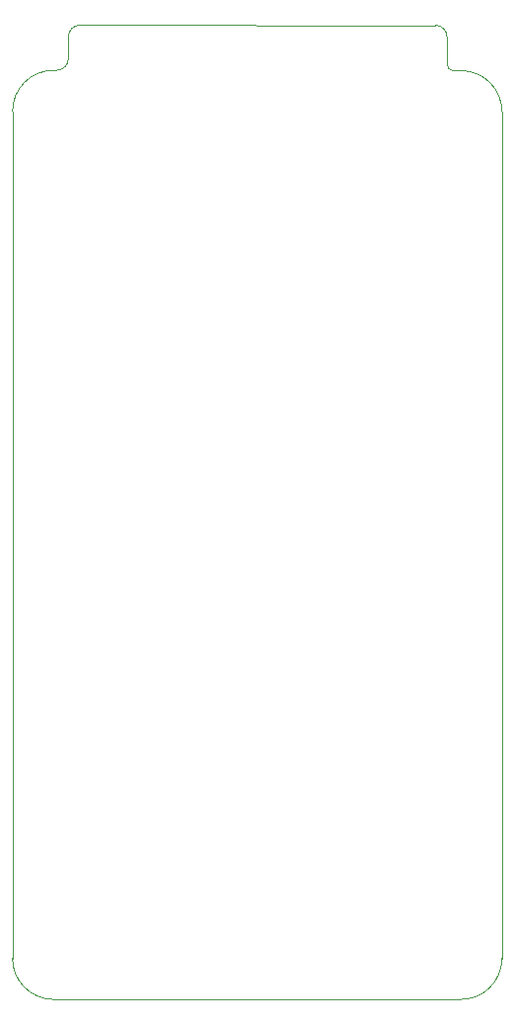
<source format=gbr>
%TF.GenerationSoftware,KiCad,Pcbnew,9.0.7*%
%TF.CreationDate,2026-02-13T21:21:15+01:00*%
%TF.ProjectId,ESC_v3,4553435f-7633-42e6-9b69-6361645f7063,rev?*%
%TF.SameCoordinates,Original*%
%TF.FileFunction,Profile,NP*%
%FSLAX46Y46*%
G04 Gerber Fmt 4.6, Leading zero omitted, Abs format (unit mm)*
G04 Created by KiCad (PCBNEW 9.0.7) date 2026-02-13 21:21:15*
%MOMM*%
%LPD*%
G01*
G04 APERTURE LIST*
%TA.AperFunction,Profile*%
%ADD10C,0.050000*%
%TD*%
G04 APERTURE END LIST*
D10*
X160500000Y-30012500D02*
G75*
G02*
X161487500Y-31000000I0J-987500D01*
G01*
X162003553Y-33895447D02*
G75*
G02*
X161503553Y-33395447I47J500047D01*
G01*
X162700000Y-33900000D02*
G75*
G02*
X166200000Y-37400000I0J-3500000D01*
G01*
X166200000Y-109950000D02*
G75*
G02*
X162700000Y-113450000I-3500000J0D01*
G01*
X162700000Y-113450000D02*
X127675000Y-113450000D01*
X128987500Y-31000000D02*
G75*
G02*
X130000000Y-29987500I1012500J0D01*
G01*
X166200000Y-37400000D02*
X166200000Y-109950000D01*
X124200000Y-37375000D02*
G75*
G02*
X127700000Y-33875000I3500000J0D01*
G01*
X127977500Y-33876600D02*
X127700000Y-33875000D01*
X128989999Y-32864054D02*
X128987500Y-31000000D01*
X124199911Y-109950000D02*
X124200000Y-37375000D01*
X127675000Y-113450000D02*
G75*
G02*
X124199911Y-109950000I25000J3500000D01*
G01*
X162003600Y-33895447D02*
X162700000Y-33900000D01*
X161503554Y-33395447D02*
X161487500Y-31000000D01*
X128990000Y-32864054D02*
G75*
G02*
X127977500Y-33876600I-1012500J-46D01*
G01*
X130000000Y-29987500D02*
X160500000Y-30012500D01*
M02*

</source>
